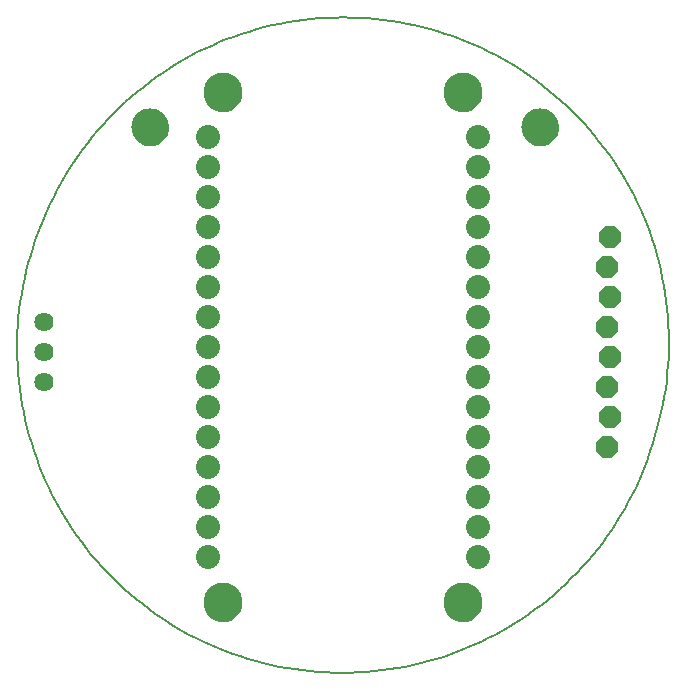
<source format=gbs>
G75*
%MOIN*%
%OFA0B0*%
%FSLAX24Y24*%
%IPPOS*%
%LPD*%
%AMOC8*
5,1,8,0,0,1.08239X$1,22.5*
%
%ADD10C,0.0000*%
%ADD11C,0.1246*%
%ADD12C,0.0050*%
%ADD13C,0.0080*%
%ADD14C,0.0800*%
%ADD15C,0.1300*%
%ADD16OC8,0.0740*%
%ADD17C,0.0640*%
D10*
X006445Y003425D02*
X006447Y003475D01*
X006453Y003525D01*
X006463Y003574D01*
X006477Y003622D01*
X006494Y003669D01*
X006515Y003714D01*
X006540Y003758D01*
X006568Y003799D01*
X006600Y003838D01*
X006634Y003875D01*
X006671Y003909D01*
X006711Y003939D01*
X006753Y003966D01*
X006797Y003990D01*
X006843Y004011D01*
X006890Y004027D01*
X006938Y004040D01*
X006988Y004049D01*
X007037Y004054D01*
X007088Y004055D01*
X007138Y004052D01*
X007187Y004045D01*
X007236Y004034D01*
X007284Y004019D01*
X007330Y004001D01*
X007375Y003979D01*
X007418Y003953D01*
X007459Y003924D01*
X007498Y003892D01*
X007534Y003857D01*
X007566Y003819D01*
X007596Y003779D01*
X007623Y003736D01*
X007646Y003692D01*
X007665Y003646D01*
X007681Y003598D01*
X007693Y003549D01*
X007701Y003500D01*
X007705Y003450D01*
X007705Y003400D01*
X007701Y003350D01*
X007693Y003301D01*
X007681Y003252D01*
X007665Y003204D01*
X007646Y003158D01*
X007623Y003114D01*
X007596Y003071D01*
X007566Y003031D01*
X007534Y002993D01*
X007498Y002958D01*
X007459Y002926D01*
X007418Y002897D01*
X007375Y002871D01*
X007330Y002849D01*
X007284Y002831D01*
X007236Y002816D01*
X007187Y002805D01*
X007138Y002798D01*
X007088Y002795D01*
X007037Y002796D01*
X006988Y002801D01*
X006938Y002810D01*
X006890Y002823D01*
X006843Y002839D01*
X006797Y002860D01*
X006753Y002884D01*
X006711Y002911D01*
X006671Y002941D01*
X006634Y002975D01*
X006600Y003012D01*
X006568Y003051D01*
X006540Y003092D01*
X006515Y003136D01*
X006494Y003181D01*
X006477Y003228D01*
X006463Y003276D01*
X006453Y003325D01*
X006447Y003375D01*
X006445Y003425D01*
X014445Y003425D02*
X014447Y003475D01*
X014453Y003525D01*
X014463Y003574D01*
X014477Y003622D01*
X014494Y003669D01*
X014515Y003714D01*
X014540Y003758D01*
X014568Y003799D01*
X014600Y003838D01*
X014634Y003875D01*
X014671Y003909D01*
X014711Y003939D01*
X014753Y003966D01*
X014797Y003990D01*
X014843Y004011D01*
X014890Y004027D01*
X014938Y004040D01*
X014988Y004049D01*
X015037Y004054D01*
X015088Y004055D01*
X015138Y004052D01*
X015187Y004045D01*
X015236Y004034D01*
X015284Y004019D01*
X015330Y004001D01*
X015375Y003979D01*
X015418Y003953D01*
X015459Y003924D01*
X015498Y003892D01*
X015534Y003857D01*
X015566Y003819D01*
X015596Y003779D01*
X015623Y003736D01*
X015646Y003692D01*
X015665Y003646D01*
X015681Y003598D01*
X015693Y003549D01*
X015701Y003500D01*
X015705Y003450D01*
X015705Y003400D01*
X015701Y003350D01*
X015693Y003301D01*
X015681Y003252D01*
X015665Y003204D01*
X015646Y003158D01*
X015623Y003114D01*
X015596Y003071D01*
X015566Y003031D01*
X015534Y002993D01*
X015498Y002958D01*
X015459Y002926D01*
X015418Y002897D01*
X015375Y002871D01*
X015330Y002849D01*
X015284Y002831D01*
X015236Y002816D01*
X015187Y002805D01*
X015138Y002798D01*
X015088Y002795D01*
X015037Y002796D01*
X014988Y002801D01*
X014938Y002810D01*
X014890Y002823D01*
X014843Y002839D01*
X014797Y002860D01*
X014753Y002884D01*
X014711Y002911D01*
X014671Y002941D01*
X014634Y002975D01*
X014600Y003012D01*
X014568Y003051D01*
X014540Y003092D01*
X014515Y003136D01*
X014494Y003181D01*
X014477Y003228D01*
X014463Y003276D01*
X014453Y003325D01*
X014447Y003375D01*
X014445Y003425D01*
X017052Y019255D02*
X017054Y019304D01*
X017060Y019352D01*
X017070Y019399D01*
X017083Y019446D01*
X017100Y019491D01*
X017121Y019535D01*
X017145Y019577D01*
X017173Y019617D01*
X017204Y019655D01*
X017237Y019690D01*
X017274Y019722D01*
X017312Y019751D01*
X017353Y019777D01*
X017396Y019800D01*
X017441Y019819D01*
X017487Y019834D01*
X017534Y019846D01*
X017582Y019854D01*
X017631Y019858D01*
X017679Y019858D01*
X017728Y019854D01*
X017776Y019846D01*
X017823Y019834D01*
X017869Y019819D01*
X017914Y019800D01*
X017956Y019777D01*
X017998Y019751D01*
X018036Y019722D01*
X018073Y019690D01*
X018106Y019655D01*
X018137Y019617D01*
X018165Y019577D01*
X018189Y019535D01*
X018210Y019491D01*
X018227Y019446D01*
X018240Y019399D01*
X018250Y019352D01*
X018256Y019304D01*
X018258Y019255D01*
X018256Y019206D01*
X018250Y019158D01*
X018240Y019111D01*
X018227Y019064D01*
X018210Y019019D01*
X018189Y018975D01*
X018165Y018933D01*
X018137Y018893D01*
X018106Y018855D01*
X018073Y018820D01*
X018036Y018788D01*
X017998Y018759D01*
X017957Y018733D01*
X017914Y018710D01*
X017869Y018691D01*
X017823Y018676D01*
X017776Y018664D01*
X017728Y018656D01*
X017679Y018652D01*
X017631Y018652D01*
X017582Y018656D01*
X017534Y018664D01*
X017487Y018676D01*
X017441Y018691D01*
X017396Y018710D01*
X017354Y018733D01*
X017312Y018759D01*
X017274Y018788D01*
X017237Y018820D01*
X017204Y018855D01*
X017173Y018893D01*
X017145Y018933D01*
X017121Y018975D01*
X017100Y019019D01*
X017083Y019064D01*
X017070Y019111D01*
X017060Y019158D01*
X017054Y019206D01*
X017052Y019255D01*
X014445Y020425D02*
X014447Y020475D01*
X014453Y020525D01*
X014463Y020574D01*
X014477Y020622D01*
X014494Y020669D01*
X014515Y020714D01*
X014540Y020758D01*
X014568Y020799D01*
X014600Y020838D01*
X014634Y020875D01*
X014671Y020909D01*
X014711Y020939D01*
X014753Y020966D01*
X014797Y020990D01*
X014843Y021011D01*
X014890Y021027D01*
X014938Y021040D01*
X014988Y021049D01*
X015037Y021054D01*
X015088Y021055D01*
X015138Y021052D01*
X015187Y021045D01*
X015236Y021034D01*
X015284Y021019D01*
X015330Y021001D01*
X015375Y020979D01*
X015418Y020953D01*
X015459Y020924D01*
X015498Y020892D01*
X015534Y020857D01*
X015566Y020819D01*
X015596Y020779D01*
X015623Y020736D01*
X015646Y020692D01*
X015665Y020646D01*
X015681Y020598D01*
X015693Y020549D01*
X015701Y020500D01*
X015705Y020450D01*
X015705Y020400D01*
X015701Y020350D01*
X015693Y020301D01*
X015681Y020252D01*
X015665Y020204D01*
X015646Y020158D01*
X015623Y020114D01*
X015596Y020071D01*
X015566Y020031D01*
X015534Y019993D01*
X015498Y019958D01*
X015459Y019926D01*
X015418Y019897D01*
X015375Y019871D01*
X015330Y019849D01*
X015284Y019831D01*
X015236Y019816D01*
X015187Y019805D01*
X015138Y019798D01*
X015088Y019795D01*
X015037Y019796D01*
X014988Y019801D01*
X014938Y019810D01*
X014890Y019823D01*
X014843Y019839D01*
X014797Y019860D01*
X014753Y019884D01*
X014711Y019911D01*
X014671Y019941D01*
X014634Y019975D01*
X014600Y020012D01*
X014568Y020051D01*
X014540Y020092D01*
X014515Y020136D01*
X014494Y020181D01*
X014477Y020228D01*
X014463Y020276D01*
X014453Y020325D01*
X014447Y020375D01*
X014445Y020425D01*
X006445Y020425D02*
X006447Y020475D01*
X006453Y020525D01*
X006463Y020574D01*
X006477Y020622D01*
X006494Y020669D01*
X006515Y020714D01*
X006540Y020758D01*
X006568Y020799D01*
X006600Y020838D01*
X006634Y020875D01*
X006671Y020909D01*
X006711Y020939D01*
X006753Y020966D01*
X006797Y020990D01*
X006843Y021011D01*
X006890Y021027D01*
X006938Y021040D01*
X006988Y021049D01*
X007037Y021054D01*
X007088Y021055D01*
X007138Y021052D01*
X007187Y021045D01*
X007236Y021034D01*
X007284Y021019D01*
X007330Y021001D01*
X007375Y020979D01*
X007418Y020953D01*
X007459Y020924D01*
X007498Y020892D01*
X007534Y020857D01*
X007566Y020819D01*
X007596Y020779D01*
X007623Y020736D01*
X007646Y020692D01*
X007665Y020646D01*
X007681Y020598D01*
X007693Y020549D01*
X007701Y020500D01*
X007705Y020450D01*
X007705Y020400D01*
X007701Y020350D01*
X007693Y020301D01*
X007681Y020252D01*
X007665Y020204D01*
X007646Y020158D01*
X007623Y020114D01*
X007596Y020071D01*
X007566Y020031D01*
X007534Y019993D01*
X007498Y019958D01*
X007459Y019926D01*
X007418Y019897D01*
X007375Y019871D01*
X007330Y019849D01*
X007284Y019831D01*
X007236Y019816D01*
X007187Y019805D01*
X007138Y019798D01*
X007088Y019795D01*
X007037Y019796D01*
X006988Y019801D01*
X006938Y019810D01*
X006890Y019823D01*
X006843Y019839D01*
X006797Y019860D01*
X006753Y019884D01*
X006711Y019911D01*
X006671Y019941D01*
X006634Y019975D01*
X006600Y020012D01*
X006568Y020051D01*
X006540Y020092D01*
X006515Y020136D01*
X006494Y020181D01*
X006477Y020228D01*
X006463Y020276D01*
X006453Y020325D01*
X006447Y020375D01*
X006445Y020425D01*
X004052Y019255D02*
X004054Y019304D01*
X004060Y019352D01*
X004070Y019399D01*
X004083Y019446D01*
X004100Y019491D01*
X004121Y019535D01*
X004145Y019577D01*
X004173Y019617D01*
X004204Y019655D01*
X004237Y019690D01*
X004274Y019722D01*
X004312Y019751D01*
X004353Y019777D01*
X004396Y019800D01*
X004441Y019819D01*
X004487Y019834D01*
X004534Y019846D01*
X004582Y019854D01*
X004631Y019858D01*
X004679Y019858D01*
X004728Y019854D01*
X004776Y019846D01*
X004823Y019834D01*
X004869Y019819D01*
X004914Y019800D01*
X004956Y019777D01*
X004998Y019751D01*
X005036Y019722D01*
X005073Y019690D01*
X005106Y019655D01*
X005137Y019617D01*
X005165Y019577D01*
X005189Y019535D01*
X005210Y019491D01*
X005227Y019446D01*
X005240Y019399D01*
X005250Y019352D01*
X005256Y019304D01*
X005258Y019255D01*
X005256Y019206D01*
X005250Y019158D01*
X005240Y019111D01*
X005227Y019064D01*
X005210Y019019D01*
X005189Y018975D01*
X005165Y018933D01*
X005137Y018893D01*
X005106Y018855D01*
X005073Y018820D01*
X005036Y018788D01*
X004998Y018759D01*
X004957Y018733D01*
X004914Y018710D01*
X004869Y018691D01*
X004823Y018676D01*
X004776Y018664D01*
X004728Y018656D01*
X004679Y018652D01*
X004631Y018652D01*
X004582Y018656D01*
X004534Y018664D01*
X004487Y018676D01*
X004441Y018691D01*
X004396Y018710D01*
X004354Y018733D01*
X004312Y018759D01*
X004274Y018788D01*
X004237Y018820D01*
X004204Y018855D01*
X004173Y018893D01*
X004145Y018933D01*
X004121Y018975D01*
X004100Y019019D01*
X004083Y019064D01*
X004070Y019111D01*
X004060Y019158D01*
X004054Y019206D01*
X004052Y019255D01*
D11*
X004655Y019255D03*
X017655Y019255D03*
D12*
X021255Y008205D02*
X021162Y007957D01*
X021062Y007711D01*
X020956Y007468D01*
X020844Y007228D01*
X020727Y006990D01*
X020604Y006756D01*
X020475Y006524D01*
X020340Y006296D01*
X020200Y006071D01*
X020054Y005849D01*
X019903Y005632D01*
X019747Y005417D01*
X019586Y005207D01*
X019419Y005001D01*
X019248Y004799D01*
X019071Y004601D01*
X018890Y004408D01*
X018704Y004219D01*
X018514Y004035D01*
X018319Y003855D01*
X018120Y003680D01*
X017916Y003510D01*
X017709Y003345D01*
X017497Y003186D01*
X017282Y003031D01*
X017063Y002882D01*
X016841Y002738D01*
X016614Y002600D01*
X016385Y002467D01*
X016153Y002340D01*
X015917Y002218D01*
X015679Y002103D01*
X015437Y001993D01*
X015193Y001889D01*
X014947Y001791D01*
X014698Y001700D01*
X014448Y001614D01*
X014195Y001534D01*
X013940Y001461D01*
X013684Y001394D01*
X013426Y001333D01*
X013166Y001279D01*
X012906Y001231D01*
X012644Y001189D01*
X012381Y001154D01*
X012118Y001125D01*
X011854Y001102D01*
X011589Y001086D01*
X011325Y001077D01*
X011060Y001074D01*
X010795Y001077D01*
X010530Y001087D01*
X010265Y001104D01*
X010001Y001127D01*
X009738Y001156D01*
X009475Y001192D01*
X009214Y001234D01*
X008953Y001283D01*
X008694Y001337D01*
X008436Y001399D01*
X008180Y001466D01*
X007925Y001540D01*
X007672Y001620D01*
X007422Y001706D01*
X007173Y001798D01*
X006927Y001896D01*
X006683Y002001D01*
X006442Y002111D01*
X006204Y002227D01*
X005969Y002349D01*
X005736Y002476D01*
X005507Y002609D01*
X005282Y002748D01*
X005059Y002892D01*
X004840Y003042D01*
X004625Y003197D01*
X004414Y003357D01*
X004207Y003522D01*
X004004Y003692D01*
X003805Y003868D01*
X003610Y004048D01*
X003420Y004232D01*
X003235Y004421D01*
X003054Y004615D01*
X002878Y004813D01*
X002707Y005016D01*
X002541Y005222D01*
X002380Y005433D01*
X002224Y005647D01*
X002073Y005865D01*
X001928Y006087D01*
X001788Y006312D01*
X001654Y006540D01*
X001525Y006772D01*
X001403Y007007D01*
X001286Y007245D01*
X001174Y007485D01*
X001069Y007728D01*
X000970Y007974D01*
X000876Y008222D01*
X000789Y008472D01*
X000708Y008725D01*
X000633Y008979D01*
X000564Y009235D01*
X000502Y009493D01*
X000446Y009752D01*
X000396Y010012D01*
X000353Y010273D01*
X000316Y010536D01*
X000286Y010799D01*
X000262Y011063D01*
X000244Y011327D01*
X000233Y011592D01*
X000228Y011857D01*
X000230Y012122D01*
X000238Y012387D01*
X000253Y012652D01*
X000274Y012916D01*
X000302Y013179D01*
X000336Y013442D01*
X000377Y013704D01*
X000424Y013965D01*
X000477Y014225D01*
X000537Y014483D01*
X000602Y014740D01*
X000675Y014995D01*
X000753Y015248D01*
X000838Y015499D01*
X000928Y015748D01*
X001025Y015995D01*
D13*
X001015Y015975D02*
X001113Y016221D01*
X001217Y016466D01*
X001328Y016707D01*
X001444Y016946D01*
X001566Y017182D01*
X001693Y017415D01*
X001827Y017644D01*
X001966Y017871D01*
X002110Y018093D01*
X002260Y018313D01*
X002415Y018528D01*
X002576Y018740D01*
X002741Y018947D01*
X002912Y019151D01*
X003088Y019350D01*
X003268Y019545D01*
X003453Y019735D01*
X003643Y019921D01*
X003837Y020102D01*
X004036Y020278D01*
X004239Y020450D01*
X004446Y020616D01*
X004657Y020777D01*
X004872Y020933D01*
X005091Y021084D01*
X005313Y021229D01*
X005539Y021369D01*
X005768Y021503D01*
X006000Y021631D01*
X006236Y021754D01*
X006474Y021871D01*
X006715Y021982D01*
X006959Y022087D01*
X007206Y022186D01*
X007454Y022279D01*
X007705Y022366D01*
X007958Y022447D01*
X008213Y022521D01*
X008470Y022590D01*
X008728Y022652D01*
X008988Y022707D01*
X009249Y022756D01*
X009511Y022799D01*
X009774Y022835D01*
X010038Y022865D01*
X010302Y022889D01*
X010567Y022906D01*
X010833Y022916D01*
X011098Y022920D01*
X011364Y022917D01*
X011629Y022908D01*
X011894Y022893D01*
X012159Y022870D01*
X012423Y022842D01*
X012686Y022807D01*
X012948Y022765D01*
X013209Y022717D01*
X013469Y022663D01*
X013728Y022602D01*
X013985Y022535D01*
X014240Y022462D01*
X014493Y022383D01*
X014745Y022297D01*
X014994Y022205D01*
X015241Y022107D01*
X015485Y022003D01*
X015727Y021893D01*
X015966Y021777D01*
X016202Y021656D01*
X016435Y021528D01*
X016665Y021395D01*
X016891Y021257D01*
X017114Y021112D01*
X017334Y020963D01*
X017549Y020808D01*
X017761Y020648D01*
X017969Y020483D01*
X018173Y020312D01*
X018372Y020137D01*
X018567Y019957D01*
X018758Y019772D01*
X018944Y019582D01*
X019125Y019388D01*
X019302Y019190D01*
X019474Y018987D01*
X019640Y018781D01*
X019802Y018570D01*
X019958Y018355D01*
X020109Y018137D01*
X020254Y017914D01*
X020394Y017689D01*
X020529Y017460D01*
X020658Y017228D01*
X020781Y016992D01*
X020898Y016754D01*
X021010Y016513D01*
X021115Y016269D01*
X021215Y016023D01*
X021308Y015775D01*
X021395Y015524D01*
X021476Y015271D01*
X021551Y015016D01*
X021620Y014760D01*
X021682Y014501D01*
X021738Y014242D01*
X021788Y013981D01*
X021831Y013719D01*
X021868Y013456D01*
X021898Y013192D01*
X021922Y012928D01*
X021939Y012663D01*
X021950Y012397D01*
X021954Y012132D01*
X021952Y011866D01*
X021943Y011601D01*
X021928Y011336D01*
X021906Y011071D01*
X021878Y010807D01*
X021843Y010544D01*
X021802Y010281D01*
X021754Y010020D01*
X021700Y009760D01*
X021640Y009501D01*
X021573Y009244D01*
X021501Y008989D01*
X021421Y008736D01*
X021336Y008484D01*
X021245Y008235D01*
D14*
X006575Y004925D03*
X006575Y005925D03*
X006575Y006925D03*
X006575Y007925D03*
X006575Y008925D03*
X006575Y009925D03*
X006575Y010925D03*
X006575Y011925D03*
X006575Y012925D03*
X006575Y013925D03*
X006575Y014925D03*
X006575Y015925D03*
X006575Y016925D03*
X006575Y017925D03*
X006575Y018925D03*
X015575Y018925D03*
X015575Y017925D03*
X015575Y016925D03*
X015575Y015925D03*
X015575Y014925D03*
X015575Y013925D03*
X015575Y012925D03*
X015575Y011925D03*
X015575Y010925D03*
X015575Y009925D03*
X015575Y008925D03*
X015575Y007925D03*
X015575Y006925D03*
X015575Y005925D03*
X015575Y004925D03*
D15*
X015075Y003425D03*
X007075Y003425D03*
X007075Y020425D03*
X015075Y020425D03*
D16*
X019975Y015605D03*
X019875Y014605D03*
X019975Y013605D03*
X019875Y012605D03*
X019975Y011605D03*
X019875Y010605D03*
X019975Y009605D03*
X019875Y008605D03*
D17*
X001125Y010775D03*
X001125Y011775D03*
X001125Y012775D03*
M02*

</source>
